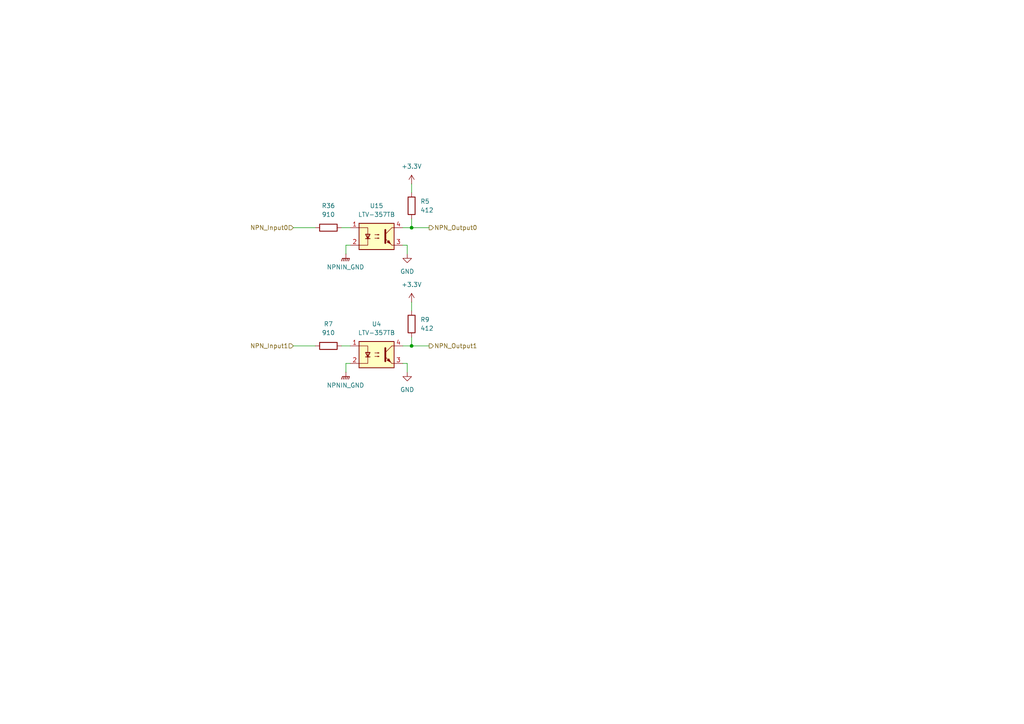
<source format=kicad_sch>
(kicad_sch (version 20250114) (generator "eeschema") (generator_version "9.0")
  (paper "A4")
  (lib_symbols
    (symbol "Device:R" (pin_numbers (hide yes)) (pin_names (offset 0))
      (property "Reference" "R" (at 2.032 0 90))
      (property "Value" "R" (at 0 0 90))
      (symbol "R_0_1"
        (rectangle (start -1.016 -2.54) (end 1.016 2.54) (stroke (width 0.254)))
      )
      (symbol "R_1_1"
        (pin passive line (at 0 3.81 270) (length 1.27) (name "~") (number "1"))
        (pin passive line (at 0 -3.81 90) (length 1.27) (name "~") (number "2"))
      )
    )
    (symbol "Isolator:LTV-357T" (pin_names (offset 1.016))
      (property "Reference" "U" (at -5.334 4.826 0))
      (property "Value" "LTV-357T" (at 0 5.08 0))
      (symbol "LTV-357T_0_1"
        (rectangle (start -5.08 3.81) (end 5.08 -3.81) (stroke (width 0.254)) (fill (type background)))
        (polyline (pts (xy -5.08 2.54) (xy -2.54 2.54) (xy -2.54 -0.762)))
        (polyline (pts (xy -3.175 -0.635) (xy -1.905 -0.635)) (stroke (width 0.254)))
        (polyline (pts (xy -2.54 -0.635) (xy -2.54 -2.54) (xy -5.08 -2.54)))
        (polyline (pts (xy -2.54 -0.635) (xy -3.175 0.635) (xy -1.905 0.635) (xy -2.54 -0.635)) (stroke (width 0.254)))
        (polyline (pts (xy -0.508 0.508) (xy 0.762 0.508) (xy 0.381 0.381) (xy 0.381 0.635) (xy 0.762 0.508)))
        (polyline (pts (xy -0.508 -0.508) (xy 0.762 -0.508) (xy 0.381 -0.635) (xy 0.381 -0.381) (xy 0.762 -0.508)))
        (polyline (pts (xy 2.54 1.905) (xy 2.54 -1.905) (xy 2.54 -1.905)) (stroke (width 0.508)))
        (polyline (pts (xy 2.54 0.635) (xy 4.445 2.54)))
        (polyline (pts (xy 3.048 -1.651) (xy 3.556 -1.143) (xy 4.064 -2.159) (xy 3.048 -1.651) (xy 3.048 -1.651)) (fill (type outline)))
        (polyline (pts (xy 4.445 2.54) (xy 5.08 2.54)))
        (polyline (pts (xy 4.445 -2.54) (xy 2.54 -0.635)) (fill (type outline)))
        (polyline (pts (xy 4.445 -2.54) (xy 5.08 -2.54)))
      )
      (symbol "LTV-357T_1_1"
        (pin passive line (at -7.62 2.54 0) (length 2.54) (name "~") (number "1"))
        (pin passive line (at -7.62 -2.54 0) (length 2.54) (name "~") (number "2"))
        (pin passive line (at 7.62 2.54 180) (length 2.54) (name "~") (number "4"))
        (pin passive line (at 7.62 -2.54 180) (length 2.54) (name "~") (number "3"))
      )
    )
    (symbol "power:+3.3V" (power) (pin_numbers (hide yes)) (pin_names (offset 0) (hide yes))
      (property "Value" "+3.3V" (at 0 3.556 0))
      (symbol "+3.3V_0_1"
        (polyline (pts (xy -0.762 1.27) (xy 0 2.54)))
        (polyline (pts (xy 0 2.54) (xy 0.762 1.27)))
        (polyline (pts (xy 0 0) (xy 0 2.54)))
      )
      (symbol "+3.3V_1_1"
        (pin power_in line (at 0 0 90) (length 0) (name "~") (number "1"))
      )
    )
    (symbol "power:GND" (power) (pin_numbers (hide yes)) (pin_names (offset 0) (hide yes))
      (property "Value" "GND" (at 0 -3.81 0))
      (symbol "GND_0_1"
        (polyline (pts (xy 0 0) (xy 0 -1.27) (xy 1.27 -1.27) (xy 0 -2.54) (xy -1.27 -1.27) (xy 0 -1.27)))
      )
      (symbol "GND_1_1"
        (pin power_in line (at 0 0 270) (length 0) (name "~") (number "1"))
      )
    )
    (symbol "power:GNDPWR" (power) (pin_numbers (hide yes)) (pin_names (offset 0) (hide yes))
      (property "Value" "GNDPWR" (at 0 -3.302 0))
      (symbol "GNDPWR_0_1"
        (polyline (pts (xy -1.016 -1.27) (xy -1.27 -2.032) (xy -1.27 -2.032)) (stroke (width 0.2032)))
        (polyline (pts (xy -0.508 -1.27) (xy -0.762 -2.032) (xy -0.762 -2.032)) (stroke (width 0.2032)))
        (polyline (pts (xy 0 -1.27) (xy 0 0)))
        (polyline (pts (xy 0 -1.27) (xy -0.254 -2.032) (xy -0.254 -2.032)) (stroke (width 0.2032)))
        (polyline (pts (xy 0.508 -1.27) (xy 0.254 -2.032) (xy 0.254 -2.032)) (stroke (width 0.2032)))
        (polyline (pts (xy 1.016 -1.27) (xy -1.016 -1.27) (xy -1.016 -1.27)) (stroke (width 0.2032)))
        (polyline (pts (xy 1.016 -1.27) (xy 0.762 -2.032) (xy 0.762 -2.032) (xy 0.762 -2.032)) (stroke (width 0.2032)))
      )
      (symbol "GNDPWR_1_1"
        (pin power_in line (at 0 0 270) (length 0) (name "~") (number "1"))
      )
    )
  )
  (junction (at 119.38 66.04))
  (junction (at 119.38 100.33))
  (wire (pts (xy 100.33 105.41) (xy 101.6 105.41)))
  (wire (pts (xy 119.38 53.34) (xy 119.38 55.88)))
  (wire (pts (xy 116.84 66.04) (xy 119.38 66.04)))
  (wire (pts (xy 118.11 107.95) (xy 118.11 105.41)))
  (wire (pts (xy 100.33 73.66) (xy 100.33 71.12)))
  (wire (pts (xy 119.38 87.63) (xy 119.38 90.17)))
  (wire (pts (xy 100.33 107.95) (xy 100.33 105.41)))
  (wire (pts (xy 119.38 100.33) (xy 119.38 97.79)))
  (wire (pts (xy 119.38 66.04) (xy 119.38 63.5)))
  (wire (pts (xy 118.11 73.66) (xy 118.11 71.12)))
  (wire (pts (xy 99.06 66.04) (xy 101.6 66.04)))
  (wire (pts (xy 116.84 105.41) (xy 118.11 105.41)))
  (wire (pts (xy 119.38 66.04) (xy 124.46 66.04)))
  (wire (pts (xy 100.33 71.12) (xy 101.6 71.12)))
  (wire (pts (xy 116.84 100.33) (xy 119.38 100.33)))
  (wire (pts (xy 116.84 71.12) (xy 118.11 71.12)))
  (wire (pts (xy 85.09 66.04) (xy 91.44 66.04)))
  (wire (pts (xy 85.09 100.33) (xy 91.44 100.33)))
  (wire (pts (xy 119.38 100.33) (xy 124.46 100.33)))
  (wire (pts (xy 99.06 100.33) (xy 101.6 100.33)))
  (hierarchical_label "NPN_Input1" (shape input) (at 85.09 100.33 180))
  (hierarchical_label "NPN_Input0" (shape input) (at 85.09 66.04 180))
  (hierarchical_label "NPN_Output0" (shape output) (at 124.46 66.04 0))
  (hierarchical_label "NPN_Output1" (shape output) (at 124.46 100.33 0))
  (symbol (lib_id "power:GNDPWR") (at 100.33 73.66 0) (unit 1)
    (property "Reference" "#PWR0101" (effects (hide yes)))
    (property "Value" "NPNIN_GND" (at 100.203 77.47 0))
    (property "Description" "Power symbol creates a global label with name \"GNDPWR\" , global ground" (effects (hide yes)))
  )
  (symbol (lib_id "power:GND") (at 118.11 73.66 0) (unit 1)
    (property "Reference" "#PWR0102" (effects (hide yes)))
    (property "Value" "GND" (at 118.11 78.74 0))
    (property "Description" "Power symbol creates a global label with name \"GND\" , ground" (effects (hide yes)))
  )
  (symbol (lib_id "power:+3.3V") (at 119.38 87.63 0) (unit 1)
    (property "Reference" "#PWR032" (effects (hide yes)))
    (property "Value" "+3.3V" (at 119.38 82.55 0))
    (property "Description" "Power symbol creates a global label with name \"+3.3V\"" (effects (hide yes)))
  )
  (symbol (lib_id "Device:R") (at 95.25 100.33 90) (unit 1)
    (property "Reference" "R7" (at 95.25 93.98 90))
    (property "Value" "910" (at 95.25 96.52 90))
    (property "Footprint" "Resistor_SMD:R_0603_1608Metric" (effects (hide yes)))
    (property "Description" "Resistor" (effects (hide yes)))
    (property "LCSC#" "C114670" (effects (hide yes)))
  )
  (symbol (lib_id "Device:R") (at 119.38 59.69 180) (unit 1)
    (property "Reference" "R5" (at 121.92 58.4199 0) (effects (justify right)))
    (property "Value" "412" (at 121.92 60.9599 0) (effects (justify right)))
    (property "Description" "Resistor" (effects (hide yes)))
  )
  (symbol (lib_id "power:GNDPWR") (at 100.33 107.95 0) (unit 1)
    (property "Reference" "#PWR030" (effects (hide yes)))
    (property "Value" "NPNIN_GND" (at 100.203 111.76 0))
    (property "Description" "Power symbol creates a global label with name \"GNDPWR\" , global ground" (effects (hide yes)))
  )
  (symbol (lib_id "Isolator:LTV-357T") (at 109.22 68.58 0) (unit 1)
    (property "Reference" "U15" (at 109.22 59.69 0))
    (property "Value" "LTV-357TB" (at 109.22 62.23 0))
    (property "Footprint" "Package_SO:SO-4_4.4x3.6mm_P2.54mm" (effects (hide yes)))
    (property "Datasheet" "https://www.buerklin.com/medias/sys_master/download/download/h91/ha0/8892020588574.pdf" (effects (hide yes)))
    (property "Description" "DC Optocoupler, Vce 35V, CTR 50%, SO-4" (effects (hide yes)))
  )
  (symbol (lib_id "power:+3.3V") (at 119.38 53.34 0) (unit 1)
    (property "Reference" "#PWR0103" (effects (hide yes)))
    (property "Value" "+3.3V" (at 119.38 48.26 0))
    (property "Description" "Power symbol creates a global label with name \"+3.3V\"" (effects (hide yes)))
  )
  (symbol (lib_id "power:GND") (at 118.11 107.95 0) (unit 1)
    (property "Reference" "#PWR031" (effects (hide yes)))
    (property "Value" "GND" (at 118.11 113.03 0))
    (property "Description" "Power symbol creates a global label with name \"GND\" , ground" (effects (hide yes)))
  )
  (symbol (lib_id "Device:R") (at 95.25 66.04 90) (unit 1)
    (property "Reference" "R36" (at 95.25 59.69 90))
    (property "Value" "910" (at 95.25 62.23 90))
    (property "Footprint" "Resistor_SMD:R_0603_1608Metric" (effects (hide yes)))
    (property "Description" "Resistor" (effects (hide yes)))
    (property "LCSC#" "C114670" (effects (hide yes)))
  )
  (symbol (lib_id "Device:R") (at 119.38 93.98 180) (unit 1)
    (property "Reference" "R9" (at 121.92 92.7099 0) (effects (justify right)))
    (property "Value" "412" (at 121.92 95.2499 0) (effects (justify right)))
    (property "Description" "Resistor" (effects (hide yes)))
  )
  (symbol (lib_id "Isolator:LTV-357T") (at 109.22 102.87 0) (unit 1)
    (property "Reference" "U4" (at 109.22 93.98 0))
    (property "Value" "LTV-357TB" (at 109.22 96.52 0))
    (property "Footprint" "Package_SO:SO-4_4.4x3.6mm_P2.54mm" (effects (hide yes)))
    (property "Datasheet" "https://www.buerklin.com/medias/sys_master/download/download/h91/ha0/8892020588574.pdf" (effects (hide yes)))
    (property "Description" "DC Optocoupler, Vce 35V, CTR 50%, SO-4" (effects (hide yes)))
  )
)
</source>
